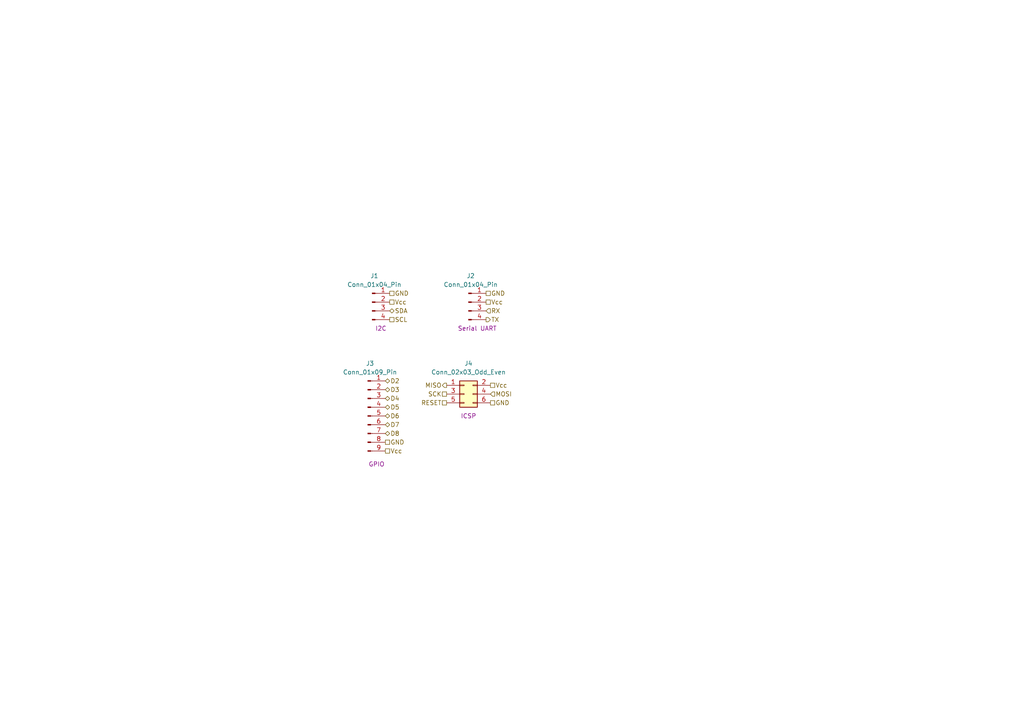
<source format=kicad_sch>
(kicad_sch (version 20230121) (generator eeschema)
  (paper "A4")
  (lib_symbols
    (symbol "Connector:Conn_01x04_Pin" (pin_names (offset 1.016) hide)
      (property "Reference" "J" (at 0 5.08 0))
      (property "Value" "Conn_01x04_Pin" (at 0 -7.62 0))
      (symbol "Conn_01x04_Pin_1_1"
        (polyline (pts (xy 1.27 -5.08) (xy 0.8636 -5.08)) (stroke (width 0.1524)))
        (polyline (pts (xy 1.27 -2.54) (xy 0.8636 -2.54)) (stroke (width 0.1524)))
        (polyline (pts (xy 1.27 0) (xy 0.8636 0)) (stroke (width 0.1524)))
        (polyline (pts (xy 1.27 2.54) (xy 0.8636 2.54)) (stroke (width 0.1524)))
        (rectangle (start 0.8636 -4.953) (end 0 -5.207) (stroke (width 0.1524)) (fill (type outline)))
        (rectangle (start 0.8636 -2.413) (end 0 -2.667) (stroke (width 0.1524)) (fill (type outline)))
        (rectangle (start 0.8636 0.127) (end 0 -0.127) (stroke (width 0.1524)) (fill (type outline)))
        (rectangle (start 0.8636 2.667) (end 0 2.413) (stroke (width 0.1524)) (fill (type outline)))
        (pin passive line (at 5.08 2.54 180) (length 3.81) (name "Pin_1") (number "1"))
        (pin passive line (at 5.08 0 180) (length 3.81) (name "Pin_2") (number "2"))
        (pin passive line (at 5.08 -2.54 180) (length 3.81) (name "Pin_3") (number "3"))
        (pin passive line (at 5.08 -5.08 180) (length 3.81) (name "Pin_4") (number "4"))
      )
    )
    (symbol "Connector:Conn_01x09_Pin" (pin_names (offset 1.016) hide)
      (property "Reference" "J" (at 0 12.7 0))
      (property "Value" "Conn_01x09_Pin" (at 0 -12.7 0))
      (symbol "Conn_01x09_Pin_1_1"
        (polyline (pts (xy 1.27 -10.16) (xy 0.8636 -10.16)) (stroke (width 0.1524)))
        (polyline (pts (xy 1.27 -7.62) (xy 0.8636 -7.62)) (stroke (width 0.1524)))
        (polyline (pts (xy 1.27 -5.08) (xy 0.8636 -5.08)) (stroke (width 0.1524)))
        (polyline (pts (xy 1.27 -2.54) (xy 0.8636 -2.54)) (stroke (width 0.1524)))
        (polyline (pts (xy 1.27 0) (xy 0.8636 0)) (stroke (width 0.1524)))
        (polyline (pts (xy 1.27 2.54) (xy 0.8636 2.54)) (stroke (width 0.1524)))
        (polyline (pts (xy 1.27 5.08) (xy 0.8636 5.08)) (stroke (width 0.1524)))
        (polyline (pts (xy 1.27 7.62) (xy 0.8636 7.62)) (stroke (width 0.1524)))
        (polyline (pts (xy 1.27 10.16) (xy 0.8636 10.16)) (stroke (width 0.1524)))
        (rectangle (start 0.8636 -10.033) (end 0 -10.287) (stroke (width 0.1524)) (fill (type outline)))
        (rectangle (start 0.8636 -7.493) (end 0 -7.747) (stroke (width 0.1524)) (fill (type outline)))
        (rectangle (start 0.8636 -4.953) (end 0 -5.207) (stroke (width 0.1524)) (fill (type outline)))
        (rectangle (start 0.8636 -2.413) (end 0 -2.667) (stroke (width 0.1524)) (fill (type outline)))
        (rectangle (start 0.8636 0.127) (end 0 -0.127) (stroke (width 0.1524)) (fill (type outline)))
        (rectangle (start 0.8636 2.667) (end 0 2.413) (stroke (width 0.1524)) (fill (type outline)))
        (rectangle (start 0.8636 5.207) (end 0 4.953) (stroke (width 0.1524)) (fill (type outline)))
        (rectangle (start 0.8636 7.747) (end 0 7.493) (stroke (width 0.1524)) (fill (type outline)))
        (rectangle (start 0.8636 10.287) (end 0 10.033) (stroke (width 0.1524)) (fill (type outline)))
        (pin passive line (at 5.08 10.16 180) (length 3.81) (name "Pin_1") (number "1"))
        (pin passive line (at 5.08 7.62 180) (length 3.81) (name "Pin_2") (number "2"))
        (pin passive line (at 5.08 5.08 180) (length 3.81) (name "Pin_3") (number "3"))
        (pin passive line (at 5.08 2.54 180) (length 3.81) (name "Pin_4") (number "4"))
        (pin passive line (at 5.08 0 180) (length 3.81) (name "Pin_5") (number "5"))
        (pin passive line (at 5.08 -2.54 180) (length 3.81) (name "Pin_6") (number "6"))
        (pin passive line (at 5.08 -5.08 180) (length 3.81) (name "Pin_7") (number "7"))
        (pin passive line (at 5.08 -7.62 180) (length 3.81) (name "Pin_8") (number "8"))
        (pin passive line (at 5.08 -10.16 180) (length 3.81) (name "Pin_9") (number "9"))
      )
    )
    (symbol "Connector_Generic:Conn_02x03_Odd_Even" (pin_names (offset 1.016) hide)
      (property "Reference" "J" (at 1.27 5.08 0))
      (property "Value" "Conn_02x03_Odd_Even" (at 1.27 -5.08 0))
      (symbol "Conn_02x03_Odd_Even_1_1"
        (rectangle (start -1.27 -2.413) (end 0 -2.667) (stroke (width 0.1524)))
        (rectangle (start -1.27 0.127) (end 0 -0.127) (stroke (width 0.1524)))
        (rectangle (start -1.27 2.667) (end 0 2.413) (stroke (width 0.1524)))
        (rectangle (start -1.27 3.81) (end 3.81 -3.81) (stroke (width 0.254)) (fill (type background)))
        (rectangle (start 3.81 -2.413) (end 2.54 -2.667) (stroke (width 0.1524)))
        (rectangle (start 3.81 0.127) (end 2.54 -0.127) (stroke (width 0.1524)))
        (rectangle (start 3.81 2.667) (end 2.54 2.413) (stroke (width 0.1524)))
        (pin passive line (at -5.08 2.54 0) (length 3.81) (name "Pin_1") (number "1"))
        (pin passive line (at 7.62 2.54 180) (length 3.81) (name "Pin_2") (number "2"))
        (pin passive line (at -5.08 0 0) (length 3.81) (name "Pin_3") (number "3"))
        (pin passive line (at 7.62 0 180) (length 3.81) (name "Pin_4") (number "4"))
        (pin passive line (at -5.08 -2.54 0) (length 3.81) (name "Pin_5") (number "5"))
        (pin passive line (at 7.62 -2.54 180) (length 3.81) (name "Pin_6") (number "6"))
      )
    )
  )
  (hierarchical_label "MOSI" (shape input) (at 142.24 114.3 0))
  (hierarchical_label "Vcc" (shape passive) (at 113.03 87.63 0))
  (hierarchical_label "GND" (shape passive) (at 142.24 116.84 0))
  (hierarchical_label "D6" (shape bidirectional) (at 111.76 120.65 0))
  (hierarchical_label "RESET" (shape passive) (at 129.54 116.84 180))
  (hierarchical_label "GND" (shape passive) (at 140.97 85.09 0))
  (hierarchical_label "GND" (shape passive) (at 113.03 85.09 0))
  (hierarchical_label "Vcc" (shape passive) (at 111.76 130.81 0))
  (hierarchical_label "D3" (shape bidirectional) (at 111.76 113.03 0))
  (hierarchical_label "Vcc" (shape passive) (at 140.97 87.63 0))
  (hierarchical_label "D5" (shape bidirectional) (at 111.76 118.11 0))
  (hierarchical_label "D8" (shape bidirectional) (at 111.76 125.73 0))
  (hierarchical_label "SCK" (shape passive) (at 129.54 114.3 180))
  (hierarchical_label "SDA" (shape bidirectional) (at 113.03 90.17 0))
  (hierarchical_label "RX" (shape input) (at 140.97 90.17 0))
  (hierarchical_label "Vcc" (shape passive) (at 142.24 111.76 0))
  (hierarchical_label "D2" (shape bidirectional) (at 111.76 110.49 0))
  (hierarchical_label "MISO" (shape output) (at 129.54 111.76 180))
  (hierarchical_label "TX" (shape output) (at 140.97 92.71 0))
  (hierarchical_label "SCL" (shape passive) (at 113.03 92.71 0))
  (hierarchical_label "D4" (shape bidirectional) (at 111.76 115.57 0))
  (hierarchical_label "D7" (shape bidirectional) (at 111.76 123.19 0))
  (hierarchical_label "GND" (shape passive) (at 111.76 128.27 0))
  (symbol (lib_id "Connector_Generic:Conn_02x03_Odd_Even") (at 134.62 114.3 0) (unit 1)
    (property "Reference" "J4" (at 135.89 105.41 0))
    (property "Value" "Conn_02x03_Odd_Even" (at 135.89 107.95 0))
    (property "Footprint" "Connector_PinHeader_2.54mm:PinHeader_2x03_P2.54mm_Vertical" (effects hide))
    (property "Purpose" "ICSP" (at 135.89 120.65 0))
  )
  (symbol (lib_id "Connector:Conn_01x04_Pin") (at 107.95 87.63 0) (unit 1)
    (property "Reference" "J1" (at 108.585 80.01 0))
    (property "Value" "Conn_01x04_Pin" (at 108.585 82.55 0))
    (property "Footprint" "Connector_PinHeader_2.54mm:PinHeader_1x04_P2.54mm_Vertical" (effects hide))
    (property "Purpose" "I2C" (at 110.49 95.25 0))
  )
  (symbol (lib_id "Connector:Conn_01x09_Pin") (at 106.68 120.65 0) (unit 1)
    (property "Reference" "J3" (at 107.315 105.41 0))
    (property "Value" "Conn_01x09_Pin" (at 107.315 107.95 0))
    (property "Footprint" "Connector_PinHeader_2.54mm:PinHeader_1x09_P2.54mm_Vertical" (effects hide))
    (property "Purpose" "GPIO" (at 109.22 134.62 0))
  )
  (symbol (lib_id "Connector:Conn_01x04_Pin") (at 135.89 87.63 0) (unit 1)
    (property "Reference" "J2" (at 136.525 80.01 0))
    (property "Value" "Conn_01x04_Pin" (at 136.525 82.55 0))
    (property "Footprint" "Connector_PinHeader_2.54mm:PinHeader_1x04_P2.54mm_Vertical" (effects hide))
    (property "Purpose" "Serial UART" (at 138.43 95.25 0))
  )
)
</source>
